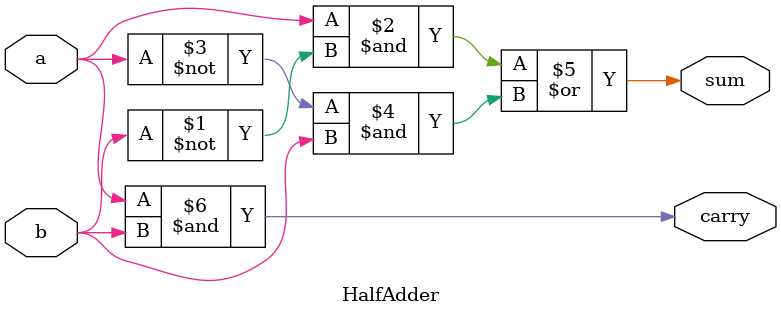
<source format=v>
module HalfAdder(a,b,carry,sum);

    input a,b;
    output carry, sum;

    assign sum = (a & ~b) | (~a & b);
    assign carry = a & b;

endmodule
</source>
